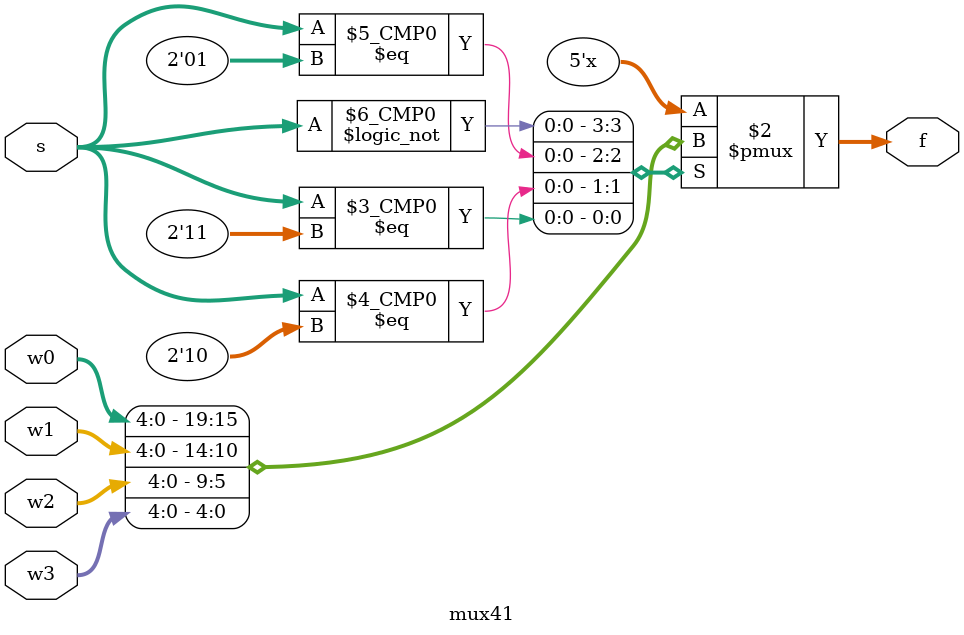
<source format=v>
module mux41 (w0,w1,w2,w3,s,f);
	input [4:0]w0,w1,w2,w3;
	input[1:0]s;
	output [4:0]f;
	reg [4:0]f;
	
	always@(w0,w1,w2,w3,s)
		begin
			case(s)
			2'b00:f=w0;
			2'b01:f=w1;
			2'b10:f=w2;
			2'b11:f=w3;
			endcase
		end
endmodule
	
</source>
